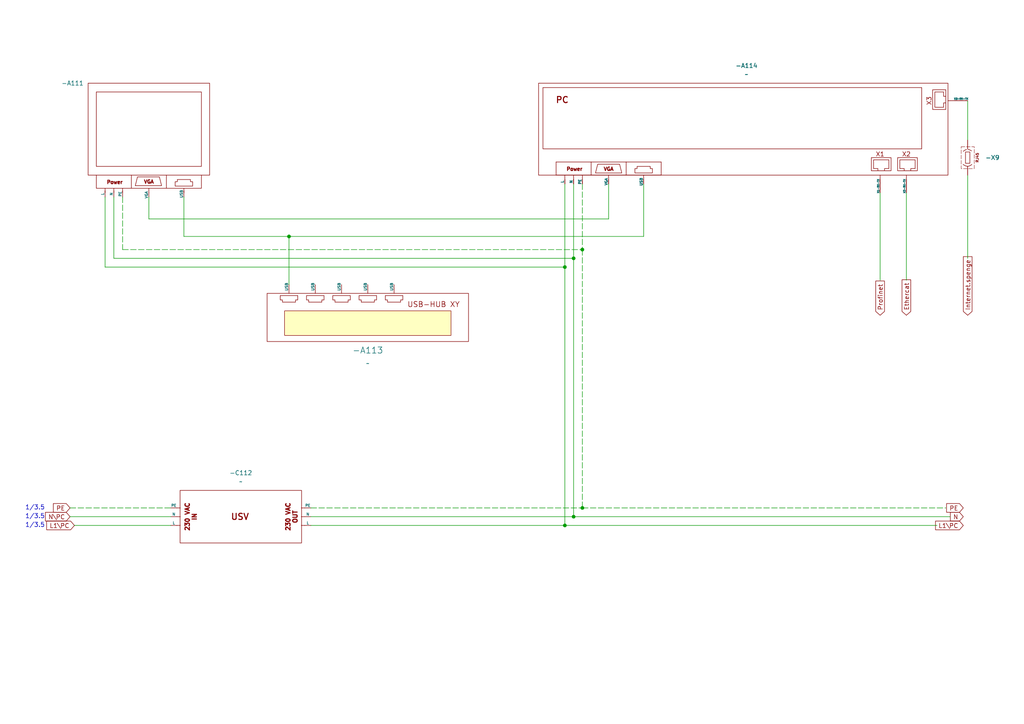
<source format=kicad_sch>
(kicad_sch (version 20250114) (generator "eeschema") (generator_version "9.0")
  (paper "A4")
  (title_block (comment 4 "3"))
  (lib_symbols
    (symbol "devices:Monitor-HMI_(A)" (pin_numbers (hide yes)) (pin_names (offset 0)) (on_board no)
      (property "Reference" "-A" (at -21.844 20.066 0))
      (symbol "Monitor-HMI_(A)_0_1"
        (rectangle (start -17.6212 15.24) (end 17.6213 -11.4299))
        (rectangle (start -15.24 12.7) (end 15.24 -8.89))
        (polyline (pts (xy -15.24 -11.43) (xy -15.24 -15.24) (xy 15.24 -15.24) (xy 15.24 -11.43)))
        (polyline (pts (xy -12.7 -16.51) (xy -12.7 -15.24)))
        (polyline (pts (xy -10.16 -16.51) (xy -10.16 -15.24)))
        (polyline (pts (xy -7.62 -16.51) (xy -7.62 -15.24)))
        (polyline (pts (xy -5.08 -15.24) (xy -5.08 -11.43)))
        (polyline (pts (xy -3.937 -14.478) (xy 3.683 -14.478) (xy 3.048 -11.938) (xy -3.302 -11.938) (xy -3.937 -14.478)))
        (polyline (pts (xy 0 -16.51) (xy 0 -15.24)))
        (polyline (pts (xy 5.08 -15.24) (xy 5.08 -11.43)))
        (polyline (pts (xy 7.62 -14.605) (xy 12.7 -14.605) (xy 12.7 -13.335) (xy 12.065 -13.335) (xy 12.065 -12.7) (xy 8.255 -12.7) (xy 8.255 -13.335) (xy 7.62 -13.335) (xy 7.62 -14.605)))
        (polyline (pts (xy 10.16 -16.51) (xy 10.16 -15.24)))
      )
      (symbol "Monitor-HMI_(A)_1_1"
        (text "Power" (at -9.906 -13.462 0) (effects (font (size 1.016 1.016) (thickness 0.3048) (bold yes))))
        (text "VGA" (at 0 -13.335 0) (effects (font (size 1.016 1.016) (thickness 0.3048) (bold yes))))
        (pin passive line (at -12.7 -17.78 90) (length 1.778) (name "L") (number "L1"))
        (pin passive line (at -10.16 -17.78 90) (length 1.778) (name "N") (number "N"))
        (pin passive line (at -7.62 -17.78 90) (length 1.778) (name "PE") (number "PE"))
        (pin bidirectional line (at 0 -17.78 90) (length 1.27) (name "VGA") (number "VGA"))
        (pin bidirectional line (at 10.16 -17.78 90) (length 1.778) (name "USB") (number "USB"))
      )
    )
    (symbol "devices:PC-PLC_(A)" (pin_numbers (hide yes)) (pin_names (offset 0)) (on_board no)
      (property "Reference" "-A" (at -57.658 18.288 0))
      (symbol "PC-PLC_(A)_0_1"
        (rectangle (start -59.69 15.24) (end 59.0549 -11.4299))
        (rectangle (start -58.42 13.97) (end 51.435 -3.81))
        (polyline (pts (xy -54.61 -7.62) (xy -24.13 -7.62)))
        (polyline (pts (xy -54.61 -7.62) (xy -54.61 -11.43) (xy -24.13 -11.43) (xy -24.13 -7.62)))
        (polyline (pts (xy -52.07 -12.7) (xy -52.07 -11.43)))
        (polyline (pts (xy -49.53 -12.7) (xy -49.53 -11.43)))
        (polyline (pts (xy -46.99 -12.7) (xy -46.99 -11.43)))
        (polyline (pts (xy -44.45 -11.43) (xy -44.45 -7.62)))
        (polyline (pts (xy -43.18 -10.795) (xy -35.56 -10.795) (xy -36.195 -8.255) (xy -42.545 -8.255) (xy -43.18 -10.795)))
        (polyline (pts (xy -39.37 -12.7) (xy -39.37 -11.43)))
        (polyline (pts (xy -34.29 -11.43) (xy -34.29 -7.62)))
        (polyline (pts (xy -31.75 -10.795) (xy -26.67 -10.795) (xy -26.67 -9.525) (xy -27.305 -9.525) (xy -27.305 -8.89) (xy -31.115 -8.89) (xy -31.115 -9.525) (xy -31.75 -9.525) (xy -31.75 -10.795)))
        (polyline (pts (xy -29.21 -12.7) (xy -29.21 -11.43)))
        (rectangle (start 36.83 -6.35) (end 42.545 -10.16))
        (polyline (pts (xy 38.735 -10.16) (xy 38.735 -9.525) (xy 37.465 -9.525) (xy 37.465 -6.985) (xy 41.91 -6.985) (xy 41.91 -9.525) (xy 41.275 -9.525) (xy 40.64 -9.525) (xy 40.64 -10.16)))
        (polyline (pts (xy 39.37 -12.7) (xy 39.37 -11.43)))
        (rectangle (start 44.45 -6.35) (end 50.165 -10.16))
        (polyline (pts (xy 46.355 -10.16) (xy 46.355 -9.525) (xy 45.085 -9.525) (xy 45.085 -6.985) (xy 49.53 -6.985) (xy 49.53 -9.525) (xy 48.895 -9.525) (xy 48.26 -9.525) (xy 48.26 -10.16)))
        (polyline (pts (xy 46.99 -12.7) (xy 46.99 -11.43)))
        (rectangle (start 54.61 7.62) (end 58.42 13.335))
        (polyline (pts (xy 58.42 9.525) (xy 57.785 9.525) (xy 57.785 8.255) (xy 55.245 8.255) (xy 55.245 12.7) (xy 57.785 12.7) (xy 57.785 12.065) (xy 57.785 11.43) (xy 58.42 11.43)))
        (polyline (pts (xy 59.69 10.16) (xy 59.055 10.16)))
        (polyline (pts (xy 60.96 10.16) (xy 59.69 10.16)))
      )
      (symbol "PC-PLC_(A)_1_1"
        (text "PC" (at -52.832 10.414 0) (effects (font (size 1.778 1.778) (thickness 0.3048) (bold yes))))
        (text "Power" (at -49.276 -9.652 0) (effects (font (size 1.016 1.016) (thickness 0.3048) (bold yes))))
        (text "VGA" (at -39.37 -9.652 0) (effects (font (size 1.016 1.016) (thickness 0.3048) (bold yes))))
        (text "X1" (at 39.37 -5.334 0) (effects (font (size 1.27 1.27))))
        (text "X2" (at 46.99 -5.334 0) (effects (font (size 1.27 1.27))))
        (text "X3\n" (at 53.594 10.16 900) (effects (font (size 1.27 1.27))))
        (pin passive line (at -52.07 -13.97 90) (length 1.27) (name "L") (number "L1"))
        (pin passive line (at -49.53 -13.97 90) (length 1.27) (name "N") (number "N"))
        (pin passive line (at -46.99 -13.97 90) (length 1.27) (name "PE") (number "PE"))
        (pin bidirectional line (at -39.37 -13.97 90) (length 1.27) (name "VGA") (number "VGA"))
        (pin bidirectional line (at -29.21 -13.97 90) (length 1.27) (name "USB") (number "USB"))
        (pin bidirectional line (at 39.37 -16.51 90) (length 3.81) (name "X1-RX-TX") (number "X1-RX-TX"))
        (pin bidirectional line (at 46.99 -16.51 90) (length 3.81) (name "X2-RX-TX") (number "X2-RX-TX"))
        (pin bidirectional line (at 64.77 10.16 180) (length 3.81) (name "X3-RX-TX") (number "X3-RX-TX"))
      )
    )
    (symbol "devices:USB-HUB_(A)" (pin_numbers (hide yes)) (pin_names (offset 0)) (on_board no)
      (property "Reference" "-A" (at -33.274 7.874 0))
      (symbol "USB-HUB_(A)_0_1"
        (rectangle (start -29.21 7.62) (end 29.21 -6.35))
        (polyline (pts (xy -22.86 8.89) (xy -22.86 7.62)))
        (polyline (pts (xy -20.32 6.985) (xy -25.4 6.985) (xy -25.4 5.715) (xy -24.765 5.715) (xy -24.765 5.08) (xy -20.955 5.08) (xy -20.955 5.715) (xy -20.32 5.715) (xy -20.32 6.985)))
        (polyline (pts (xy -15.24 8.89) (xy -15.24 7.62)))
        (polyline (pts (xy -12.7 6.985) (xy -17.78 6.985) (xy -17.78 5.715) (xy -17.145 5.715) (xy -17.145 5.08) (xy -13.335 5.08) (xy -13.335 5.715) (xy -12.7 5.715) (xy -12.7 6.985)))
        (polyline (pts (xy -7.62 8.89) (xy -7.62 7.62)))
        (polyline (pts (xy -5.08 6.985) (xy -10.16 6.985) (xy -10.16 5.715) (xy -9.525 5.715) (xy -9.525 5.08) (xy -5.715 5.08) (xy -5.715 5.715) (xy -5.08 5.715) (xy -5.08 6.985)))
        (polyline (pts (xy 0 8.89) (xy 0 7.62)))
        (polyline (pts (xy 2.54 6.985) (xy -2.54 6.985) (xy -2.54 5.715) (xy -1.905 5.715) (xy -1.905 5.08) (xy 1.905 5.08) (xy 1.905 5.715) (xy 2.54 5.715) (xy 2.54 6.985)))
        (polyline (pts (xy 7.62 8.89) (xy 7.62 7.62)))
        (polyline (pts (xy 10.16 6.985) (xy 5.08 6.985) (xy 5.08 5.715) (xy 5.715 5.715) (xy 5.715 5.08) (xy 9.525 5.08) (xy 9.525 5.715) (xy 10.16 5.715) (xy 10.16 6.985)))
      )
      (symbol "USB-HUB_(A)_1_1"
        (rectangle (start -24.13 2.54) (end 24.13 -4.572) (fill (type background)))
        (text "USB-HUB XY" (at 11.43 5.334 0) (effects (font (size 1.524 1.524)) (justify left top)))
        (pin bidirectional line (at -22.86 10.16 270) (length 1.27) (name "USB") (number "USB"))
        (pin bidirectional line (at -15.24 10.16 270) (length 1.27) (name "USB") (number "USB"))
        (pin bidirectional line (at -7.62 10.16 270) (length 1.27) (name "USB") (number "USB"))
        (pin bidirectional line (at 0 10.16 270) (length 1.27) (name "USB") (number "USB"))
        (pin bidirectional line (at 7.62 10.16 270) (length 1.27) (name "USB") (number "USB"))
      )
    )
    (symbol "devices:USV_(C)" (pin_numbers (hide yes)) (pin_names (offset 0)) (on_board no)
      (property "Reference" "-C" (at -19.304 9.906 0))
      (symbol "USV_(C)_0_1"
        (polyline (pts (xy -18.542 2.54) (xy -17.526 2.54)))
        (polyline (pts (xy -18.542 0) (xy -17.526 0)))
        (polyline (pts (xy -18.542 -2.54) (xy -17.526 -2.54)))
        (rectangle (start -17.6212 7.62) (end 17.6213 -7.6199))
        (polyline (pts (xy 18.542 2.54) (xy 17.526 2.54)))
        (polyline (pts (xy 18.542 0) (xy 17.526 0)))
        (polyline (pts (xy 18.542 -2.54) (xy 17.526 -2.54)))
      )
      (symbol "USV_(C)_1_1"
        (text "230 VAC\nIN" (at -14.478 0 900) (effects (font (size 1.27 1.27) (thickness 0.3048) (bold yes))))
        (text "USV" (at -0.254 0 0) (effects (font (size 1.778 1.778) (thickness 0.3048) (bold yes))))
        (text "230 VAC\nOUT" (at 14.732 0 900) (effects (font (size 1.27 1.27) (thickness 0.3048) (bold yes))))
        (pin passive line (at -20.32 2.54 0) (length 1.778) (name "PE") (number "PE"))
        (pin passive line (at -20.32 0 0) (length 1.778) (name "N") (number "N"))
        (pin passive line (at -20.32 -2.54 0) (length 1.778) (name "L") (number "L"))
        (pin passive line (at 20.32 2.54 180) (length 1.778) (name "PE") (number "PE"))
        (pin passive line (at 20.32 0 180) (length 1.778) (name "N") (number "N"))
        (pin passive line (at 20.32 -2.54 180) (length 1.778) (name "L") (number "L"))
      )
    )
    (symbol "standart:Verbinder_RJ45_(X)" (pin_numbers (hide yes)) (pin_names (offset 0) (hide yes))
      (property "Reference" "-X" (at -5.08 4.318 0))
      (symbol "Verbinder_RJ45_(X)_1_1"
        (rectangle (start -1.905 3.175) (end 1.905 -3.175) (stroke (width 0.1016) (type dash)))
        (bezier (pts (xy -1.2707 1.8206) (xy -0.0007 3.0906) (xy 1.2693 1.8206) (xy 1.2693 1.8206)))
        (rectangle (start -0.635 1.6384) (end 0.635 -1.6384) (fill (type color)))
        (bezier (pts (xy 1.2058 -1.9472) (xy -0.0642 -3.2172) (xy -1.3342 -1.9472) (xy -1.3342 -1.9472)))
        (text "RJ45" (at 2.794 0 900) (effects (font (size 0.762 0.762))))
        (pin bidirectional line (at 0 5.08 270) (length 2.54) (name "1") (number "1"))
        (pin bidirectional line (at 0 -5.08 90) (length 2.54) (name "2") (number "2"))
      )
    )
  )
  (text "1/3.5" (at 10.16 152.4 0) (effects (font (size 1.27 1.27))))
  (text "1/3.5" (at 10.16 149.86 0) (effects (font (size 1.27 1.27))))
  (text "1/3.5" (at 10.16 147.32 0) (effects (font (size 1.27 1.27))))
  (junction (at 168.91 147.32))
  (junction (at 168.91 72.39))
  (junction (at 163.83 77.47))
  (junction (at 163.83 152.4))
  (junction (at 83.82 68.58))
  (junction (at 166.37 74.93))
  (junction (at 166.37 149.86))
  (wire (pts (xy 90.17 149.86) (xy 166.37 149.86)))
  (wire (pts (xy 168.91 72.39) (xy 168.91 147.32)) (stroke (width 0) (type dash)))
  (wire (pts (xy 163.83 53.34) (xy 163.83 77.47)))
  (wire (pts (xy 33.02 74.93) (xy 166.37 74.93)))
  (wire (pts (xy 186.69 53.34) (xy 186.69 68.58)))
  (wire (pts (xy 255.27 55.88) (xy 255.27 81.28)))
  (wire (pts (xy 90.17 147.32) (xy 168.91 147.32)) (stroke (width 0) (type dash)))
  (wire (pts (xy 53.34 68.58) (xy 83.82 68.58)))
  (wire (pts (xy 90.17 152.4) (xy 163.83 152.4)))
  (wire (pts (xy 168.91 147.32) (xy 274.32 147.32)) (stroke (width 0) (type dash)))
  (wire (pts (xy 166.37 53.34) (xy 166.37 74.93)))
  (wire (pts (xy 35.56 72.39) (xy 168.91 72.39)) (stroke (width 0) (type dash)))
  (wire (pts (xy 43.18 63.5) (xy 176.53 63.5)))
  (wire (pts (xy 83.82 68.58) (xy 186.69 68.58)))
  (wire (pts (xy 176.53 53.34) (xy 176.53 63.5)))
  (wire (pts (xy 166.37 149.86) (xy 275.59 149.86)))
  (wire (pts (xy 163.83 152.4) (xy 271.78 152.4)))
  (wire (pts (xy 53.34 57.15) (xy 53.34 68.58)))
  (wire (pts (xy 83.82 68.58) (xy 83.82 82.55)))
  (wire (pts (xy 280.67 29.21) (xy 280.67 40.64)))
  (wire (pts (xy 262.89 55.88) (xy 262.89 81.28)))
  (wire (pts (xy 35.56 57.15) (xy 35.56 72.39)) (stroke (width 0) (type dash)))
  (wire (pts (xy 20.32 149.86) (xy 49.53 149.86)))
  (wire (pts (xy 168.91 53.34) (xy 168.91 72.39)) (stroke (width 0) (type dash)))
  (wire (pts (xy 163.83 77.47) (xy 163.83 152.4)))
  (wire (pts (xy 166.37 74.93) (xy 166.37 149.86)))
  (wire (pts (xy 33.02 57.15) (xy 33.02 74.93)))
  (wire (pts (xy 43.18 57.15) (xy 43.18 63.5)))
  (wire (pts (xy 20.32 147.32) (xy 49.53 147.32)) (stroke (width 0) (type dash)))
  (wire (pts (xy 30.48 57.15) (xy 30.48 77.47)))
  (wire (pts (xy 30.48 77.47) (xy 163.83 77.47)))
  (wire (pts (xy 280.67 50.8) (xy 280.67 74.93)))
  (wire (pts (xy 21.59 152.4) (xy 49.53 152.4)))
  (global_label "L1\\PC" (shape input) (at 279.4 152.4 180) (property "Intersheetrefs" "${INTERSHEET_REFS}" (effects (hide yes))))
  (global_label "N" (shape input) (at 279.4 149.86 180) (property "Intersheetrefs" "${INTERSHEET_REFS}" (effects (hide yes))))
  (global_label "Internet.spenge" (shape input) (at 280.67 91.44 90) (property "Intersheetrefs" "${INTERSHEET_REFS}" (effects (hide yes))))
  (global_label "N\\PC" (shape input) (at 20.32 149.86 180) (property "Intersheetrefs" "${INTERSHEET_REFS}" (effects (hide yes))))
  (global_label "L1\\PC" (shape input) (at 21.59 152.4 180) (property "Intersheetrefs" "${INTERSHEET_REFS}" (effects (hide yes))))
  (global_label "PE" (shape input) (at 20.32 147.32 180) (property "Intersheetrefs" "${INTERSHEET_REFS}" (effects (hide yes))))
  (global_label "Ethercat" (shape input) (at 262.89 91.44 90) (property "Intersheetrefs" "${INTERSHEET_REFS}" (effects (hide yes))))
  (global_label "PE" (shape input) (at 279.4 147.32 180) (property "Intersheetrefs" "${INTERSHEET_REFS}" (effects (hide yes))))
  (global_label "Profinet" (shape input) (at 255.27 91.44 90) (property "Intersheetrefs" "${INTERSHEET_REFS}" (effects (hide yes))))
  (symbol (lib_id "standart:Verbinder_RJ45_(X)") (at 280.67 45.72 0) (unit 1)
    (property "Reference" "-X9" (at 285.75 45.7199 0) (effects (justify left)))
  )
  (symbol (lib_id "devices:USB-HUB_(A)") (at 106.68 92.71 0) (unit 1) (on_board no)
    (property "Reference" "-A113" (at 106.68 101.6 0) (effects (font (size 1.778 1.778))))
    (property "Value" "~" (at 106.68 105.41 0))
  )
  (symbol (lib_id "devices:USV_(C)") (at 69.85 149.86 0) (unit 1) (on_board no)
    (property "Reference" "-C112" (at 69.85 137.16 0))
    (property "Value" "~" (at 69.85 139.7 0))
    (property "Description" "USV" (effects (hide yes)))
  )
  (symbol (lib_id "devices:Monitor-HMI_(A)") (at 43.18 39.37 0) (unit 1) (on_board no)
    (property "Reference" "-A111" (at 17.78 24.13 0) (effects (justify left)))
    (property "Description" "Monitor (HMI)" (effects (hide yes)))
  )
  (symbol (lib_id "devices:PC-PLC_(A)") (at 215.9 39.37 0) (unit 1) (on_board no)
    (property "Reference" "-A114" (at 216.535 19.05 0))
    (property "Value" "~" (at 216.535 21.59 0))
    (property "Description" "PC" (effects (hide yes)))
  )
  (sheet (at 345.44 3.81) (size 323.85 213.36) (stroke (width 0.1524))
    (property "Sheetname" "Ethernet Switch" (at 345.44 3.0984 0) (effects (justify left bottom)))
    (property "Sheetfile" "Ethernet Switch.kicad_sch" (at 345.44 217.7546 0) (effects (justify left top)))
  )
)
</source>
